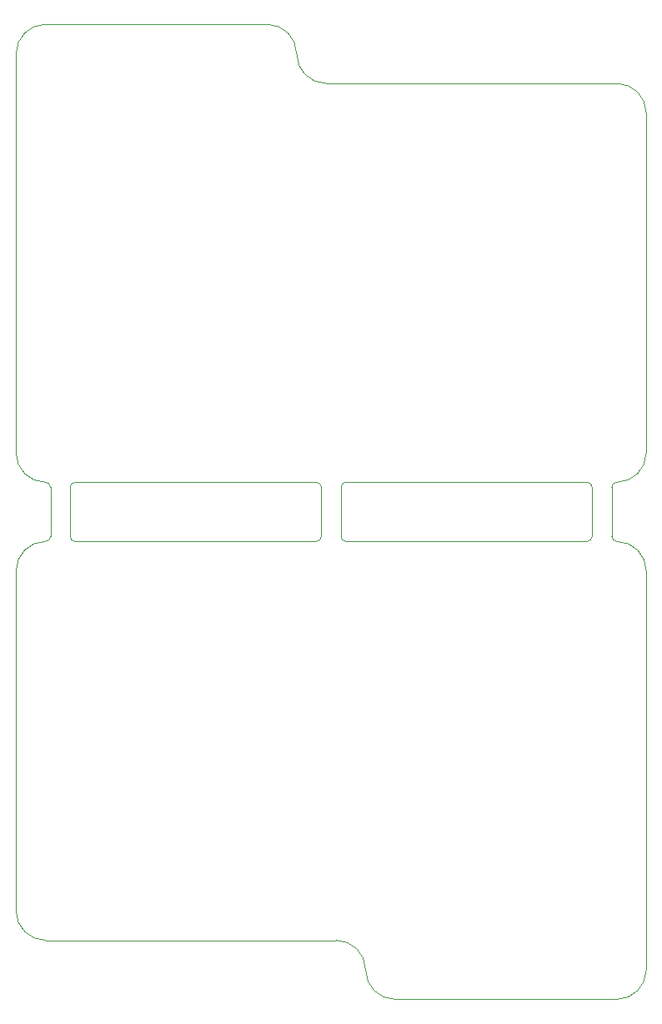
<source format=gbr>
G04 #@! TF.GenerationSoftware,KiCad,Pcbnew,5.1.5-52549c5~86~ubuntu18.04.1*
G04 #@! TF.CreationDate,2020-04-27T18:24:23+01:00*
G04 #@! TF.ProjectId,polariser_drive,706f6c61-7269-4736-9572-5f6472697665,rev?*
G04 #@! TF.SameCoordinates,Original*
G04 #@! TF.FileFunction,Profile,NP*
%FSLAX46Y46*%
G04 Gerber Fmt 4.6, Leading zero omitted, Abs format (unit mm)*
G04 Created by KiCad (PCBNEW 5.1.5-52549c5~86~ubuntu18.04.1) date 2020-04-27 18:24:23*
%MOMM*%
%LPD*%
G04 APERTURE LIST*
%ADD10C,0.050000*%
G04 APERTURE END LIST*
D10*
X82500000Y-83500000D02*
X82500000Y-88500000D01*
X80500000Y-88500000D02*
X80500000Y-83500000D01*
X80500000Y-88500000D02*
G75*
G02X80000000Y-89000000I-500000J0D01*
G01*
X80000000Y-83000000D02*
G75*
G02X80500000Y-83500000I0J-500000D01*
G01*
X83000000Y-89000000D02*
G75*
G02X82500000Y-88500000I0J500000D01*
G01*
X82500000Y-83500000D02*
G75*
G02X83000000Y-83000000I500000J0D01*
G01*
X55000000Y-83500000D02*
X55000000Y-88500000D01*
X53000000Y-88500000D02*
X53000000Y-83500000D01*
X53000000Y-88500000D02*
G75*
G02X52500000Y-89000000I-500000J0D01*
G01*
X52500000Y-83000000D02*
G75*
G02X53000000Y-83500000I0J-500000D01*
G01*
X55500000Y-89000000D02*
G75*
G02X55000000Y-88500000I0J500000D01*
G01*
X55000000Y-83500000D02*
G75*
G02X55500000Y-83000000I500000J0D01*
G01*
X108000000Y-88500000D02*
X108000000Y-83500000D01*
X110000000Y-83500000D02*
X110000000Y-88500000D01*
X107500000Y-83000000D02*
G75*
G02X108000000Y-83500000I0J-500000D01*
G01*
X110000000Y-83500000D02*
G75*
G02X110500000Y-83000000I500000J0D01*
G01*
X108000000Y-88500000D02*
G75*
G02X107500000Y-89000000I-500000J0D01*
G01*
X110500000Y-89000000D02*
G75*
G02X110000000Y-88500000I0J500000D01*
G01*
X113500000Y-132500000D02*
X113500000Y-126000000D01*
X113500000Y-46000000D02*
X113500000Y-45500000D01*
X49500000Y-39500000D02*
G75*
G02X52500000Y-36500000I3000000J0D01*
G01*
X49500000Y-39500000D02*
X49500000Y-80000000D01*
X80000000Y-83000000D02*
X55500000Y-83000000D01*
X113500000Y-80000000D02*
G75*
G02X110500000Y-83000000I-3000000J0D01*
G01*
X75000000Y-36500000D02*
X52500000Y-36500000D01*
X52500000Y-83000000D02*
G75*
G02X49500000Y-80000000I0J3000000D01*
G01*
X107500000Y-83000000D02*
X83000000Y-83000000D01*
X110500000Y-42500000D02*
G75*
G02X113500000Y-45500000I0J-3000000D01*
G01*
X113500000Y-46000000D02*
X113500000Y-80000000D01*
X102500000Y-42500000D02*
X110500000Y-42500000D01*
X81000000Y-42500000D02*
X102500000Y-42500000D01*
X75000000Y-36500000D02*
G75*
G02X78000000Y-39500000I0J-3000000D01*
G01*
X81000000Y-42500000D02*
G75*
G02X78000000Y-39500000I0J3000000D01*
G01*
X83000000Y-89000000D02*
X107500000Y-89000000D01*
X49500000Y-126500000D02*
X49500000Y-92000000D01*
X82000000Y-129500000D02*
X60500000Y-129500000D01*
X60500000Y-129500000D02*
X52500000Y-129500000D01*
X52500000Y-129500000D02*
G75*
G02X49500000Y-126500000I0J3000000D01*
G01*
X82000000Y-129500000D02*
G75*
G02X85000000Y-132500000I0J-3000000D01*
G01*
X88000000Y-135500000D02*
G75*
G02X85000000Y-132500000I0J3000000D01*
G01*
X55500000Y-89000000D02*
X80000000Y-89000000D01*
X110500000Y-89000000D02*
G75*
G02X113500000Y-92000000I0J-3000000D01*
G01*
X113500000Y-126000000D02*
X113500000Y-92000000D01*
X113500000Y-132500000D02*
G75*
G02X110500000Y-135500000I-3000000J0D01*
G01*
X88000000Y-135500000D02*
X110500000Y-135500000D01*
X49500000Y-92000000D02*
G75*
G02X52500000Y-89000000I3000000J0D01*
G01*
M02*

</source>
